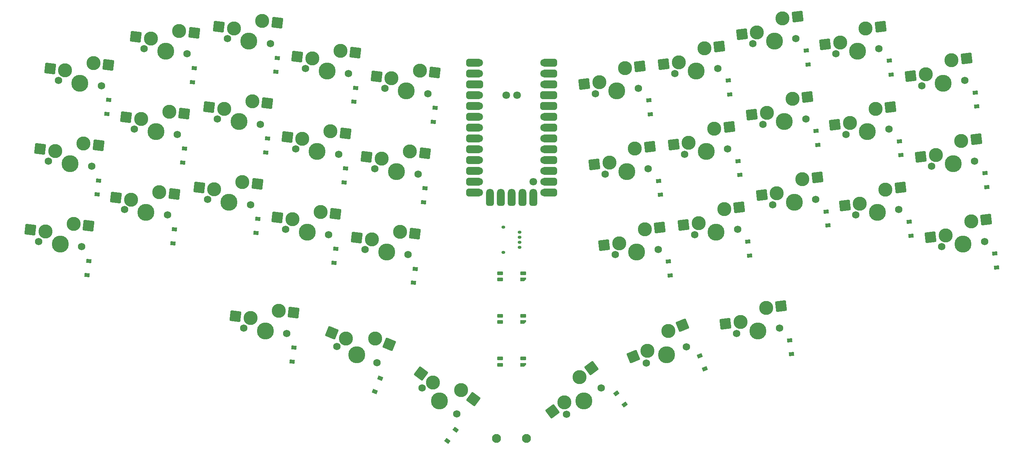
<source format=gbr>
%TF.GenerationSoftware,KiCad,Pcbnew,7.0.10-7.0.10~ubuntu22.04.1*%
%TF.CreationDate,2024-01-12T22:57:13+01:00*%
%TF.ProjectId,fatboy,66617462-6f79-42e6-9b69-6361645f7063,rev?*%
%TF.SameCoordinates,Original*%
%TF.FileFunction,Soldermask,Bot*%
%TF.FilePolarity,Negative*%
%FSLAX46Y46*%
G04 Gerber Fmt 4.6, Leading zero omitted, Abs format (unit mm)*
G04 Created by KiCad (PCBNEW 7.0.10-7.0.10~ubuntu22.04.1) date 2024-01-12 22:57:13*
%MOMM*%
%LPD*%
G01*
G04 APERTURE LIST*
G04 Aperture macros list*
%AMRoundRect*
0 Rectangle with rounded corners*
0 $1 Rounding radius*
0 $2 $3 $4 $5 $6 $7 $8 $9 X,Y pos of 4 corners*
0 Add a 4 corners polygon primitive as box body*
4,1,4,$2,$3,$4,$5,$6,$7,$8,$9,$2,$3,0*
0 Add four circle primitives for the rounded corners*
1,1,$1+$1,$2,$3*
1,1,$1+$1,$4,$5*
1,1,$1+$1,$6,$7*
1,1,$1+$1,$8,$9*
0 Add four rect primitives between the rounded corners*
20,1,$1+$1,$2,$3,$4,$5,0*
20,1,$1+$1,$4,$5,$6,$7,0*
20,1,$1+$1,$6,$7,$8,$9,0*
20,1,$1+$1,$8,$9,$2,$3,0*%
%AMRotRect*
0 Rectangle, with rotation*
0 The origin of the aperture is its center*
0 $1 length*
0 $2 width*
0 $3 Rotation angle, in degrees counterclockwise*
0 Add horizontal line*
21,1,$1,$2,0,0,$3*%
%AMFreePoly0*
4,1,18,-0.410000,0.593000,-0.403758,0.624380,-0.385983,0.650983,-0.359380,0.668758,-0.328000,0.675000,0.328000,0.675000,0.359380,0.668758,0.385983,0.650983,0.403758,0.624380,0.410000,0.593000,0.410000,-0.593000,0.403758,-0.624380,0.385983,-0.650983,0.359380,-0.668758,0.328000,-0.675000,0.000000,-0.675000,-0.410000,-0.265000,-0.410000,0.593000,-0.410000,0.593000,$1*%
G04 Aperture macros list end*
%ADD10C,1.750000*%
%ADD11C,3.987800*%
%ADD12C,3.300000*%
%ADD13RoundRect,0.250000X0.895490X1.117462X-1.139229X0.867630X-0.895490X-1.117462X1.139229X-0.867630X0*%
%ADD14RoundRect,0.250000X1.139229X0.867630X-0.895490X1.117462X-1.139229X-0.867630X0.895490X-1.117462X0*%
%ADD15RotRect,0.900000X1.200000X97.000000*%
%ADD16RoundRect,0.082000X0.593000X-0.328000X0.593000X0.328000X-0.593000X0.328000X-0.593000X-0.328000X0*%
%ADD17FreePoly0,90.000000*%
%ADD18RotRect,0.900000X1.200000X83.000000*%
%ADD19RotRect,0.900000X1.200000X68.000000*%
%ADD20RoundRect,0.250000X0.216786X1.415496X-1.420416X0.181775X-0.216786X-1.415496X1.420416X-0.181775X0*%
%ADD21RotRect,0.900000X1.200000X53.000000*%
%ADD22RoundRect,0.150000X0.275000X-0.150000X0.275000X0.150000X-0.275000X0.150000X-0.275000X-0.150000X0*%
%ADD23RoundRect,0.175000X0.225000X-0.175000X0.225000X0.175000X-0.225000X0.175000X-0.225000X-0.175000X0*%
%ADD24RoundRect,0.250000X1.324970X0.543212X-0.575757X1.311156X-1.324970X-0.543212X0.575757X-1.311156X0*%
%ADD25RoundRect,0.250000X0.575757X1.311156X-1.324970X0.543212X-0.575757X-1.311156X1.324970X-0.543212X0*%
%ADD26RotRect,0.900000X1.200000X127.000000*%
%ADD27C,2.100000*%
%ADD28RotRect,0.900000X1.200000X112.000000*%
%ADD29RoundRect,0.250000X1.420416X0.181775X-0.216786X1.415496X-1.420416X-0.181775X0.216786X-1.415496X0*%
%ADD30RoundRect,0.450000X1.300000X0.450000X-1.300000X0.450000X-1.300000X-0.450000X1.300000X-0.450000X0*%
%ADD31C,1.800000*%
%ADD32RoundRect,0.450000X0.450000X0.450000X-0.450000X0.450000X-0.450000X-0.450000X0.450000X-0.450000X0*%
%ADD33RoundRect,0.450000X0.450000X-1.300000X0.450000X1.300000X-0.450000X1.300000X-0.450000X-1.300000X0*%
%ADD34RoundRect,0.450000X-1.300000X-0.450000X1.300000X-0.450000X1.300000X0.450000X-1.300000X0.450000X0*%
G04 APERTURE END LIST*
D10*
%TO.C,MX18*%
X264743649Y-115128754D03*
D11*
X259701515Y-115747850D03*
D10*
X254659381Y-116366946D03*
D12*
X255610366Y-113691105D03*
D13*
X252086827Y-114123741D03*
X265127025Y-109963531D03*
D12*
X261603486Y-110396167D03*
%TD*%
D10*
%TO.C,MX8*%
X262422186Y-96221940D03*
D11*
X257380052Y-96841036D03*
D10*
X252337918Y-97460132D03*
D12*
X253288903Y-94784291D03*
D13*
X249765364Y-95216927D03*
X262805562Y-91056717D03*
D12*
X259282023Y-91489353D03*
%TD*%
D10*
%TO.C,MX5*%
X176119808Y-109174953D03*
D11*
X171077674Y-108555857D03*
D10*
X166035540Y-107936761D03*
D12*
X167605621Y-105570468D03*
D14*
X164082082Y-105137831D03*
X177741376Y-104255907D03*
D12*
X174217837Y-103823271D03*
%TD*%
D10*
%TO.C,MX24*%
X152859503Y-142309817D03*
D11*
X147817369Y-141690721D03*
D10*
X142775235Y-141071625D03*
D12*
X144345316Y-138705332D03*
D14*
X140821777Y-138272695D03*
X154481071Y-137390771D03*
D12*
X150957532Y-136958135D03*
%TD*%
D15*
%TO.C,D9*%
X284737248Y-104728024D03*
X284335080Y-101452622D03*
%TD*%
D16*
%TO.C,LED3*%
X193031209Y-171342461D03*
X193031209Y-172842461D03*
X198481209Y-171342461D03*
D17*
X198481209Y-172842461D03*
%TD*%
D18*
%TO.C,D15*%
X175064813Y-134697625D03*
X175466981Y-131422223D03*
%TD*%
D10*
%TO.C,MX21*%
X94935604Y-145146815D03*
D11*
X89893470Y-144527719D03*
D10*
X84851336Y-143908623D03*
D12*
X86421417Y-141542330D03*
D14*
X82897878Y-141109693D03*
X96557172Y-140227769D03*
D12*
X93033633Y-139795133D03*
%TD*%
D18*
%TO.C,D12*%
X118633815Y-125375936D03*
X119035983Y-122100534D03*
%TD*%
D10*
%TO.C,MX27*%
X248737182Y-141071625D03*
D11*
X243695048Y-141690721D03*
D10*
X238652914Y-142309817D03*
D12*
X239603899Y-139633976D03*
D13*
X236080360Y-140066612D03*
X249120558Y-135906402D03*
D12*
X245597019Y-136339038D03*
%TD*%
D15*
%TO.C,D19*%
X287058713Y-123634836D03*
X286656545Y-120359434D03*
%TD*%
D18*
%TO.C,D21*%
X96202074Y-151762674D03*
X96604242Y-148487272D03*
%TD*%
D19*
%TO.C,D32*%
X163696807Y-179113493D03*
X164933009Y-176053787D03*
%TD*%
D10*
%TO.C,MX34*%
X216762893Y-178322308D03*
D11*
X212705825Y-181379528D03*
D10*
X208648757Y-184436748D03*
D12*
X208134414Y-181643909D03*
D20*
X205299257Y-183780352D03*
X214512295Y-173657406D03*
D12*
X211677139Y-175793849D03*
%TD*%
D10*
%TO.C,MX15*%
X173798345Y-128081766D03*
D11*
X168756211Y-127462670D03*
D10*
X163714077Y-126843574D03*
D12*
X165284158Y-124477281D03*
D14*
X161760619Y-124044644D03*
X175419913Y-123162720D03*
D12*
X171896374Y-122730084D03*
%TD*%
D18*
%TO.C,D14*%
X156447438Y-130018864D03*
X156849606Y-126743462D03*
%TD*%
D10*
%TO.C,MX12*%
X117367343Y-118760076D03*
D11*
X112325209Y-118140980D03*
D10*
X107283075Y-117521884D03*
D12*
X108853156Y-115155591D03*
D14*
X105329617Y-114722954D03*
X118988911Y-113841030D03*
D12*
X115465372Y-113408394D03*
%TD*%
D10*
%TO.C,MX17*%
X246415716Y-122164811D03*
D11*
X241373582Y-122783907D03*
D10*
X236331448Y-123403003D03*
D12*
X237282433Y-120727162D03*
D13*
X233758894Y-121159798D03*
X246799092Y-116999588D03*
D12*
X243275553Y-117432224D03*
%TD*%
D21*
%TO.C,D33*%
X180672367Y-190749642D03*
X182658357Y-188114144D03*
%TD*%
D10*
%TO.C,MX25*%
X171476877Y-146988579D03*
D11*
X166434743Y-146369483D03*
D10*
X161392609Y-145750387D03*
D12*
X162962690Y-143384094D03*
D14*
X159439151Y-142951457D03*
X173098445Y-142069533D03*
D12*
X169574906Y-141636897D03*
%TD*%
D22*
%TO.C,J1*%
X197616161Y-145319264D03*
X197616161Y-144119264D03*
X197616161Y-142919264D03*
X197616161Y-141719264D03*
D23*
X193841161Y-146469264D03*
X193841161Y-140569264D03*
%TD*%
D10*
%TO.C,MX9*%
X281907878Y-98615070D03*
D11*
X276865744Y-99234166D03*
D10*
X271823610Y-99853262D03*
D12*
X272774595Y-97177421D03*
D13*
X269251056Y-97610057D03*
X282291254Y-93449847D03*
D12*
X278767715Y-93882483D03*
%TD*%
D10*
%TO.C,MX30*%
X306661080Y-143908624D03*
D11*
X301618946Y-144527720D03*
D10*
X296576812Y-145146816D03*
D12*
X297527797Y-142470975D03*
D13*
X294004258Y-142903611D03*
X307044456Y-138743401D03*
D12*
X303520917Y-139176037D03*
%TD*%
D10*
%TO.C,MX14*%
X155180968Y-123403003D03*
D11*
X150138834Y-122783907D03*
D10*
X145096700Y-122164811D03*
D12*
X146666781Y-119798518D03*
D14*
X143143242Y-119365881D03*
X156802536Y-118483957D03*
D12*
X153278997Y-118051321D03*
%TD*%
D10*
%TO.C,MX29*%
X286550809Y-136428698D03*
D11*
X281508675Y-137047794D03*
D10*
X276466541Y-137666890D03*
D12*
X277417526Y-134991049D03*
D13*
X273893987Y-135423685D03*
X286934185Y-131263475D03*
D12*
X283410646Y-131696111D03*
%TD*%
D10*
%TO.C,MX20*%
X304339616Y-125001810D03*
D11*
X299297482Y-125620906D03*
D10*
X294255348Y-126240002D03*
D12*
X295206333Y-123564161D03*
D13*
X291682794Y-123996797D03*
X304722992Y-119836587D03*
D12*
X301199453Y-120269223D03*
%TD*%
D10*
%TO.C,MX11*%
X97257071Y-126240002D03*
D11*
X92214937Y-125620906D03*
D10*
X87172803Y-125001810D03*
D12*
X88742884Y-122635517D03*
D14*
X85219345Y-122202880D03*
X98878639Y-121320956D03*
D12*
X95355100Y-120888320D03*
%TD*%
D15*
%TO.C,D36*%
X261391907Y-170378748D03*
X260989739Y-167103346D03*
%TD*%
D18*
%TO.C,D13*%
X138119507Y-122982804D03*
X138521675Y-119707402D03*
%TD*%
D15*
%TO.C,D29*%
X289380180Y-142541649D03*
X288978012Y-139266247D03*
%TD*%
D10*
%TO.C,MX19*%
X284229344Y-117521883D03*
D11*
X279187210Y-118140979D03*
D10*
X274145076Y-118760075D03*
D12*
X275096061Y-116084234D03*
D13*
X271572522Y-116516870D03*
X284612720Y-112356660D03*
D12*
X281089181Y-112789296D03*
%TD*%
D18*
%TO.C,D31*%
X144300618Y-172119843D03*
X144702786Y-168844441D03*
%TD*%
D10*
%TO.C,MX2*%
X119688810Y-99853262D03*
D11*
X114646676Y-99234166D03*
D10*
X109604542Y-98615070D03*
D12*
X111174623Y-96248777D03*
D14*
X107651084Y-95816140D03*
X121310378Y-94934216D03*
D12*
X117786839Y-94501580D03*
%TD*%
D15*
%TO.C,D20*%
X307168987Y-131114763D03*
X306766819Y-127839361D03*
%TD*%
D10*
%TO.C,MX31*%
X143034149Y-165503986D03*
D11*
X137992015Y-164884890D03*
D10*
X132949881Y-164265794D03*
D12*
X134519962Y-161899501D03*
D14*
X130996423Y-161466864D03*
X144655717Y-160584940D03*
D12*
X141132178Y-160152304D03*
%TD*%
D15*
%TO.C,D10*%
X304847521Y-112207950D03*
X304445353Y-108932548D03*
%TD*%
%TO.C,D18*%
X267573022Y-121241703D03*
X267170854Y-117966301D03*
%TD*%
D10*
%TO.C,MX32*%
X164185803Y-172395280D03*
D11*
X159475709Y-170492279D03*
D10*
X154765615Y-168589278D03*
D12*
X156894639Y-166709981D03*
D24*
X153603137Y-165380127D03*
X167025260Y-168063539D03*
D12*
X163733757Y-166733686D03*
%TD*%
D10*
%TO.C,MX35*%
X236766918Y-168639421D03*
D11*
X232056824Y-170542422D03*
D10*
X227346730Y-172445423D03*
D12*
X227572753Y-169614626D03*
D25*
X224281250Y-170944480D03*
X235800372Y-163550974D03*
D12*
X232508869Y-164880827D03*
%TD*%
D26*
%TO.C,D34*%
X222269677Y-182201592D03*
X220283687Y-179566094D03*
%TD*%
D10*
%TO.C,MX26*%
X230119807Y-145750388D03*
D11*
X225077673Y-146369484D03*
D10*
X220035539Y-146988580D03*
D12*
X220986524Y-144312739D03*
D13*
X217462985Y-144745375D03*
X230503183Y-140585165D03*
D12*
X226979644Y-141017801D03*
%TD*%
D18*
%TO.C,D1*%
X100845006Y-113949050D03*
X101247174Y-110673648D03*
%TD*%
D15*
%TO.C,D17*%
X249245086Y-128277762D03*
X248842918Y-125002360D03*
%TD*%
D10*
%TO.C,MX16*%
X227798341Y-126843575D03*
D11*
X222756207Y-127462671D03*
D10*
X217714073Y-128081767D03*
D12*
X218665058Y-125405926D03*
D13*
X215141519Y-125838562D03*
X228181717Y-121678352D03*
D12*
X224658178Y-122110988D03*
%TD*%
D18*
%TO.C,D23*%
X135798041Y-141889615D03*
X136200209Y-138614213D03*
%TD*%
D10*
%TO.C,MX3*%
X139174500Y-97460132D03*
D11*
X134132366Y-96841036D03*
D10*
X129090232Y-96221940D03*
D12*
X130660313Y-93855647D03*
D14*
X127136774Y-93423010D03*
X140796068Y-92541086D03*
D12*
X137272529Y-92108450D03*
%TD*%
D18*
%TO.C,D24*%
X154125973Y-148925677D03*
X154528141Y-145650275D03*
%TD*%
D10*
%TO.C,MX23*%
X134531572Y-135273759D03*
D11*
X129489438Y-134654663D03*
D10*
X124447304Y-134035567D03*
D12*
X126017385Y-131669274D03*
D14*
X122493846Y-131236637D03*
X136153140Y-130354713D03*
D12*
X132629601Y-129922077D03*
%TD*%
D10*
%TO.C,MX28*%
X267065111Y-134035571D03*
D11*
X262022977Y-134654667D03*
D10*
X256980843Y-135273763D03*
D12*
X257931828Y-132597922D03*
D13*
X254408289Y-133030558D03*
X267448487Y-128870348D03*
D12*
X263924948Y-129302984D03*
%TD*%
D15*
%TO.C,D6*%
X228306248Y-114049712D03*
X227904080Y-110774310D03*
%TD*%
D10*
%TO.C,MX36*%
X258562539Y-164265794D03*
D11*
X253520405Y-164884890D03*
D10*
X248478271Y-165503986D03*
D12*
X249429256Y-162828145D03*
D13*
X245905717Y-163260781D03*
X258945915Y-159100571D03*
D12*
X255422376Y-159533207D03*
%TD*%
D10*
%TO.C,MX6*%
X225476876Y-107936762D03*
D11*
X220434742Y-108555858D03*
D10*
X215392608Y-109174954D03*
D12*
X216343593Y-106499113D03*
D13*
X212820054Y-106931749D03*
X225860252Y-102771539D03*
D12*
X222336713Y-103204175D03*
%TD*%
D27*
%TO.C,SW1*%
X192241162Y-190115864D03*
X199241162Y-190115864D03*
%TD*%
D28*
%TO.C,D35*%
X241082031Y-173811788D03*
X239845829Y-170752082D03*
%TD*%
D10*
%TO.C,MX10*%
X302018152Y-106094997D03*
D11*
X296976018Y-106714093D03*
D10*
X291933884Y-107333189D03*
D12*
X292884869Y-104657348D03*
D13*
X289361330Y-105089984D03*
X302401528Y-100929774D03*
D12*
X298877989Y-101362410D03*
%TD*%
D18*
%TO.C,D2*%
X120955281Y-106469117D03*
X121357449Y-103193715D03*
%TD*%
D10*
%TO.C,MX33*%
X182883502Y-184386906D03*
D11*
X178826434Y-181329686D03*
D10*
X174769366Y-178272466D03*
D12*
X177312243Y-177008237D03*
D29*
X174477087Y-174871793D03*
X186747345Y-180937671D03*
D12*
X183912189Y-178801228D03*
%TD*%
D15*
%TO.C,D28*%
X269894486Y-140148522D03*
X269492318Y-136873120D03*
%TD*%
D10*
%TO.C,MX4*%
X157502434Y-104496190D03*
D11*
X152460300Y-103877094D03*
D10*
X147418166Y-103257998D03*
D12*
X148988247Y-100891705D03*
D14*
X145464708Y-100459068D03*
X159124002Y-99577144D03*
D12*
X155600463Y-99144508D03*
%TD*%
D15*
%TO.C,D26*%
X232949181Y-151863337D03*
X232547013Y-148587935D03*
%TD*%
%TO.C,D30*%
X309490452Y-150021575D03*
X309088284Y-146746173D03*
%TD*%
D10*
%TO.C,MX1*%
X99578536Y-107333189D03*
D11*
X94536402Y-106714093D03*
D10*
X89494268Y-106094997D03*
D12*
X91064349Y-103728704D03*
D14*
X87540810Y-103296067D03*
X101200104Y-102414143D03*
D12*
X97676565Y-101981507D03*
%TD*%
D30*
%TO.C,U1*%
X204676209Y-104492671D03*
D31*
X203376209Y-104492671D03*
D30*
X204676209Y-107032671D03*
D31*
X203376209Y-107032671D03*
D30*
X204676209Y-109572671D03*
D32*
X203376209Y-109572671D03*
D30*
X204676209Y-112112671D03*
D32*
X203376209Y-112112671D03*
D30*
X204676209Y-114652671D03*
D31*
X203376209Y-114652671D03*
D30*
X204676209Y-117192671D03*
D31*
X203376209Y-117192671D03*
D30*
X204676209Y-119732671D03*
D31*
X203376209Y-119732671D03*
D30*
X204676209Y-122272671D03*
D31*
X203376209Y-122272671D03*
D30*
X204676209Y-124812671D03*
D31*
X203376209Y-124812671D03*
D30*
X204676209Y-127352671D03*
D31*
X203376209Y-127352671D03*
D30*
X204676209Y-129892671D03*
D31*
X203376209Y-129892671D03*
D30*
X204676209Y-132432671D03*
D31*
X203376209Y-132432671D03*
X188136209Y-104492671D03*
D30*
X186836209Y-104492671D03*
D32*
X188136209Y-107032671D03*
D30*
X186836209Y-107032671D03*
D31*
X188136209Y-109572671D03*
D30*
X186836209Y-109572671D03*
D31*
X188136209Y-112112671D03*
D30*
X186836209Y-112112671D03*
D31*
X188136209Y-114652671D03*
D30*
X186836209Y-114652671D03*
D31*
X188136209Y-117192671D03*
D30*
X186836209Y-117192671D03*
D31*
X188136209Y-119732671D03*
D30*
X186836209Y-119732671D03*
D31*
X188136209Y-122272671D03*
D30*
X186836209Y-122272671D03*
D31*
X188136209Y-124812671D03*
D30*
X186836209Y-124812671D03*
D31*
X188136209Y-127352671D03*
D30*
X186836209Y-127352671D03*
D31*
X188136209Y-129892671D03*
D30*
X186836209Y-129892671D03*
D31*
X188136209Y-132432671D03*
D30*
X186836209Y-132432671D03*
D33*
X200836209Y-133732671D03*
D31*
X200836209Y-132432671D03*
D33*
X198296209Y-133732671D03*
D31*
X198296209Y-132432671D03*
D33*
X195756209Y-133732671D03*
D31*
X195756209Y-132432671D03*
D33*
X193216209Y-133732671D03*
D31*
X193216209Y-132432671D03*
D33*
X190676209Y-133732671D03*
D31*
X190676209Y-132432671D03*
X188136209Y-101952671D03*
D34*
X186836209Y-101952671D03*
D30*
X204676209Y-101952671D03*
D31*
X203376209Y-101952671D03*
X197026209Y-109572671D03*
X194486209Y-109572671D03*
X200836209Y-129892671D03*
%TD*%
D18*
%TO.C,D22*%
X116304720Y-144344882D03*
X116706888Y-141069480D03*
%TD*%
D15*
%TO.C,D8*%
X265251557Y-102334890D03*
X264849389Y-99059488D03*
%TD*%
%TO.C,D7*%
X246923620Y-109370953D03*
X246521452Y-106095551D03*
%TD*%
D10*
%TO.C,MX13*%
X136853036Y-116366947D03*
D11*
X131810902Y-115747851D03*
D10*
X126768768Y-115128755D03*
D12*
X128338849Y-112762462D03*
D14*
X124815310Y-112329825D03*
X138474604Y-111447901D03*
D12*
X134951065Y-111015265D03*
%TD*%
D10*
%TO.C,MX7*%
X244094252Y-103257998D03*
D11*
X239052118Y-103877094D03*
D10*
X234009984Y-104496190D03*
D12*
X234960969Y-101820349D03*
D13*
X231437430Y-102252985D03*
X244477628Y-98092775D03*
D12*
X240954089Y-98525411D03*
%TD*%
D10*
%TO.C,MX22*%
X115045879Y-137666888D03*
D11*
X110003745Y-137047792D03*
D10*
X104961611Y-136428696D03*
D12*
X106531692Y-134062403D03*
D14*
X103008153Y-133629766D03*
X116667447Y-132747842D03*
D12*
X113143908Y-132315206D03*
%TD*%
D18*
%TO.C,D25*%
X172743344Y-153604441D03*
X173145512Y-150329039D03*
%TD*%
D16*
%TO.C,LED1*%
X193031210Y-151342461D03*
X193031210Y-152842461D03*
X198481210Y-151342461D03*
D17*
X198481210Y-152842461D03*
%TD*%
D18*
%TO.C,D3*%
X140440972Y-104075991D03*
X140843140Y-100800589D03*
%TD*%
%TO.C,D5*%
X177386279Y-115790811D03*
X177788447Y-112515409D03*
%TD*%
D15*
%TO.C,D16*%
X230627715Y-132956524D03*
X230225547Y-129681122D03*
%TD*%
D18*
%TO.C,D11*%
X98523544Y-132855862D03*
X98925712Y-129580460D03*
%TD*%
D15*
%TO.C,D27*%
X251566552Y-147184576D03*
X251164384Y-143909174D03*
%TD*%
D18*
%TO.C,D4*%
X158768906Y-111112051D03*
X159171074Y-107836649D03*
%TD*%
D16*
%TO.C,LED2*%
X193031207Y-161342465D03*
X193031207Y-162842465D03*
X198481207Y-161342465D03*
D17*
X198481207Y-162842465D03*
%TD*%
M02*

</source>
